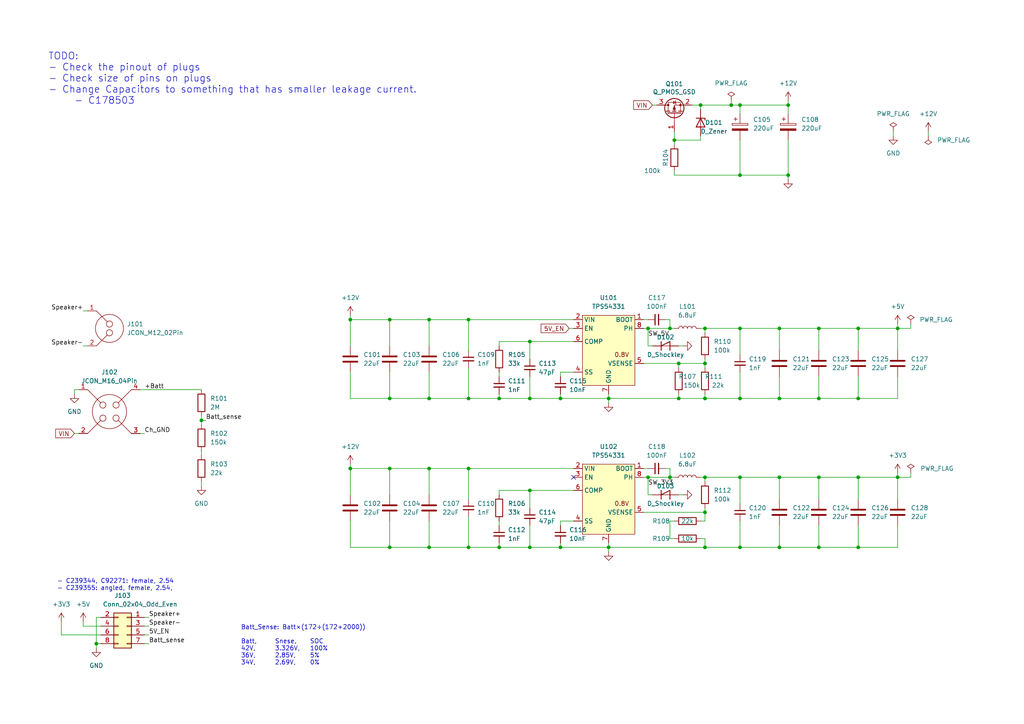
<source format=kicad_sch>
(kicad_sch (version 20211123) (generator eeschema)
  (paper "A4")
  (lib_symbols
    (symbol "Connector_Generic:Conn_02x04_Odd_Even" (pin_names (offset 1.016) hide)
      (property "Reference" "J" (at 1.27 5.08 0))
      (property "Value" "Conn_02x04_Odd_Even" (at 1.27 -7.62 0))
      (symbol "Conn_02x04_Odd_Even_1_1"
        (rectangle (start -1.27 -4.953) (end 0 -5.207) (stroke (width 0.1524)))
        (rectangle (start -1.27 -2.413) (end 0 -2.667) (stroke (width 0.1524)))
        (rectangle (start -1.27 0.127) (end 0 -0.127) (stroke (width 0.1524)))
        (rectangle (start -1.27 2.667) (end 0 2.413) (stroke (width 0.1524)))
        (rectangle (start -1.27 3.81) (end 3.81 -6.35) (stroke (width 0.254)) (fill (type background)))
        (rectangle (start 3.81 -4.953) (end 2.54 -5.207) (stroke (width 0.1524)))
        (rectangle (start 3.81 -2.413) (end 2.54 -2.667) (stroke (width 0.1524)))
        (rectangle (start 3.81 0.127) (end 2.54 -0.127) (stroke (width 0.1524)))
        (rectangle (start 3.81 2.667) (end 2.54 2.413) (stroke (width 0.1524)))
        (pin passive line (at -5.08 2.54 0) (length 3.81) (name "Pin_1") (number "1"))
        (pin passive line (at 7.62 2.54 180) (length 3.81) (name "Pin_2") (number "2"))
        (pin passive line (at -5.08 0 0) (length 3.81) (name "Pin_3") (number "3"))
        (pin passive line (at 7.62 0 180) (length 3.81) (name "Pin_4") (number "4"))
        (pin passive line (at -5.08 -2.54 0) (length 3.81) (name "Pin_5") (number "5"))
        (pin passive line (at 7.62 -2.54 180) (length 3.81) (name "Pin_6") (number "6"))
        (pin passive line (at -5.08 -5.08 0) (length 3.81) (name "Pin_7") (number "7"))
        (pin passive line (at 7.62 -5.08 180) (length 3.81) (name "Pin_8") (number "8"))
      )
    )
    (symbol "Device:C" (pin_numbers hide) (pin_names (offset 0.254))
      (property "Reference" "C" (at 0.635 2.54 0))
      (property "Value" "C" (at 0.635 -2.54 0))
      (symbol "C_0_1"
        (polyline (pts (xy -2.032 -0.762) (xy 2.032 -0.762)) (stroke (width 0.508)))
        (polyline (pts (xy -2.032 0.762) (xy 2.032 0.762)) (stroke (width 0.508)))
      )
      (symbol "C_1_1"
        (pin passive line (at 0 3.81 270) (length 2.794) (name "~") (number "1"))
        (pin passive line (at 0 -3.81 90) (length 2.794) (name "~") (number "2"))
      )
    )
    (symbol "Device:C_Polarized" (pin_numbers hide) (pin_names (offset 0.254))
      (property "Reference" "C" (at 0.635 2.54 0))
      (property "Value" "C_Polarized" (at 0.635 -2.54 0))
      (symbol "C_Polarized_0_1"
        (rectangle (start -2.286 0.508) (end 2.286 1.016))
        (polyline (pts (xy -1.778 2.286) (xy -0.762 2.286)))
        (polyline (pts (xy -1.27 2.794) (xy -1.27 1.778)))
        (rectangle (start 2.286 -0.508) (end -2.286 -1.016) (fill (type outline)))
      )
      (symbol "C_Polarized_1_1"
        (pin passive line (at 0 3.81 270) (length 2.794) (name "~") (number "1"))
        (pin passive line (at 0 -3.81 90) (length 2.794) (name "~") (number "2"))
      )
    )
    (symbol "Device:C_Small" (pin_numbers hide) (pin_names (offset 0.254) hide)
      (property "Reference" "C" (at 0.254 1.778 0))
      (property "Value" "C_Small" (at 0.254 -2.032 0))
      (symbol "C_Small_0_1"
        (polyline (pts (xy -1.524 -0.508) (xy 1.524 -0.508)) (stroke (width 0.3302)))
        (polyline (pts (xy -1.524 0.508) (xy 1.524 0.508)) (stroke (width 0.3048)))
      )
      (symbol "C_Small_1_1"
        (pin passive line (at 0 2.54 270) (length 2.032) (name "~") (number "1"))
        (pin passive line (at 0 -2.54 90) (length 2.032) (name "~") (number "2"))
      )
    )
    (symbol "Device:D_Shockley" (pin_numbers hide) (pin_names (offset 1.016) hide)
      (property "Reference" "D" (at 0 2.54 0))
      (property "Value" "D_Shockley" (at 0 -2.54 0))
      (symbol "D_Shockley_0_1"
        (polyline (pts (xy -1.27 0) (xy 1.27 0)))
        (polyline (pts (xy -1.27 1.27) (xy -1.27 -1.27)) (stroke (width 0.254)))
        (polyline (pts (xy -1.27 0) (xy 1.27 1.27) (xy 1.27 -1.27)) (stroke (width 0.254)))
      )
      (symbol "D_Shockley_1_1"
        (pin passive line (at -3.81 0 0) (length 2.54) (name "K") (number "1"))
        (pin passive line (at 3.81 0 180) (length 2.54) (name "A") (number "2"))
      )
    )
    (symbol "Device:D_Zener" (pin_numbers hide) (pin_names (offset 1.016) hide)
      (property "Reference" "D" (at 0 2.54 0))
      (property "Value" "D_Zener" (at 0 -2.54 0))
      (symbol "D_Zener_0_1"
        (polyline (pts (xy 1.27 0) (xy -1.27 0)))
        (polyline (pts (xy -1.27 -1.27) (xy -1.27 1.27) (xy -0.762 1.27)) (stroke (width 0.254)))
        (polyline (pts (xy 1.27 -1.27) (xy 1.27 1.27) (xy -1.27 0) (xy 1.27 -1.27)) (stroke (width 0.254)))
      )
      (symbol "D_Zener_1_1"
        (pin passive line (at -3.81 0 0) (length 2.54) (name "K") (number "1"))
        (pin passive line (at 3.81 0 180) (length 2.54) (name "A") (number "2"))
      )
    )
    (symbol "Device:L" (pin_numbers hide) (pin_names (offset 1.016) hide)
      (property "Reference" "L" (at -1.27 0 90))
      (property "Value" "L" (at 1.905 0 90))
      (symbol "L_0_1"
        (arc (start 0 -2.54) (mid 0.635 -1.905) (end 0 -1.27))
        (arc (start 0 -1.27) (mid 0.635 -0.635) (end 0 0))
        (arc (start 0 0) (mid 0.635 0.635) (end 0 1.27))
        (arc (start 0 1.27) (mid 0.635 1.905) (end 0 2.54))
      )
      (symbol "L_1_1"
        (pin passive line (at 0 3.81 270) (length 1.27) (name "1") (number "1"))
        (pin passive line (at 0 -3.81 90) (length 1.27) (name "2") (number "2"))
      )
    )
    (symbol "Device:Q_PMOS_GSD" (pin_names (offset 0) hide)
      (property "Reference" "Q" (at 5.08 1.27 0))
      (property "Value" "Q_PMOS_GSD" (at 5.08 -1.27 0))
      (symbol "Q_PMOS_GSD_0_1"
        (polyline (pts (xy 0.254 0) (xy -2.54 0)))
        (polyline (pts (xy 0.254 1.905) (xy 0.254 -1.905)) (stroke (width 0.254)))
        (polyline (pts (xy 0.762 -1.27) (xy 0.762 -2.286)) (stroke (width 0.254)))
        (polyline (pts (xy 0.762 0.508) (xy 0.762 -0.508)) (stroke (width 0.254)))
        (polyline (pts (xy 0.762 2.286) (xy 0.762 1.27)) (stroke (width 0.254)))
        (polyline (pts (xy 2.54 2.54) (xy 2.54 1.778)))
        (polyline (pts (xy 2.54 -2.54) (xy 2.54 0) (xy 0.762 0)))
        (polyline (pts (xy 0.762 1.778) (xy 3.302 1.778) (xy 3.302 -1.778) (xy 0.762 -1.778)))
        (polyline (pts (xy 2.286 0) (xy 1.27 0.381) (xy 1.27 -0.381) (xy 2.286 0)) (fill (type outline)))
        (polyline (pts (xy 2.794 -0.508) (xy 2.921 -0.381) (xy 3.683 -0.381) (xy 3.81 -0.254)))
        (polyline (pts (xy 3.302 -0.381) (xy 2.921 0.254) (xy 3.683 0.254) (xy 3.302 -0.381)))
        (circle (center 1.651 0) (radius 2.794) (stroke (width 0.254)))
        (circle (center 2.54 -1.778) (radius 0.254) (fill (type outline)))
        (circle (center 2.54 1.778) (radius 0.254) (fill (type outline)))
      )
      (symbol "Q_PMOS_GSD_1_1"
        (pin input line (at -5.08 0 0) (length 2.54) (name "G") (number "1"))
        (pin passive line (at 2.54 -5.08 90) (length 2.54) (name "S") (number "2"))
        (pin passive line (at 2.54 5.08 270) (length 2.54) (name "D") (number "3"))
      )
    )
    (symbol "Device:R" (pin_numbers hide) (pin_names (offset 0))
      (property "Reference" "R" (at 2.032 0 90))
      (property "Value" "R" (at 0 0 90))
      (symbol "R_0_1"
        (rectangle (start -1.016 -2.54) (end 1.016 2.54) (stroke (width 0.254)))
      )
      (symbol "R_1_1"
        (pin passive line (at 0 3.81 270) (length 1.27) (name "~") (number "1"))
        (pin passive line (at 0 -3.81 90) (length 1.27) (name "~") (number "2"))
      )
    )
    (symbol "TPS54331_1"
      (property "Reference" "U" (at 0 0 0))
      (property "Value" "TPS54331_1" (at 0 2.54 0))
      (symbol "TPS54331_1_0_0"
        (text "0.8V" (at 5.08 -15.24 0) (effects (font (size 1.27 1.27))))
      )
      (symbol "TPS54331_1_0_1"
        (rectangle (start -6.35 -3.81) (end 8.89 -24.13) (fill (type background)))
      )
      (symbol "TPS54331_1_1_1"
        (pin input line (at 11.43 -5.08 180) (length 2.54) (name "BOOT") (number "1"))
        (pin input line (at -8.89 -5.08 0) (length 2.54) (name "VIN") (number "2"))
        (pin input line (at -8.89 -7.62 0) (length 2.54) (name "EN") (number "3"))
        (pin input line (at -8.89 -20.32 0) (length 2.54) (name "SS") (number "4"))
        (pin input line (at 11.43 -17.78 180) (length 2.54) (name "VSENSE") (number "5"))
        (pin input line (at -8.89 -11.43 0) (length 2.54) (name "COMP") (number "6"))
        (pin input line (at 1.27 -26.67 90) (length 2.54) (name "GND") (number "7"))
        (pin input line (at 11.43 -7.62 180) (length 2.54) (name "PH") (number "8"))
      )
    )
    (symbol "cacophony-symbols:JCON_M12_02Pin"
      (property "Reference" "J" (at 0 8.89 0))
      (property "Value" "JCON_M12_02Pin" (at 0 11.43 0))
      (symbol "JCON_M12_02Pin_0_1"
        (circle (center 0 -1.27) (radius 0.898))
        (polyline (pts (xy -0.635 -1.905) (xy -3.81 -5.08)))
        (polyline (pts (xy -0.635 1.905) (xy -3.81 5.08)))
        (circle (center 0 0) (radius 4.066))
        (circle (center 0 1.27) (radius 0.898))
      )
      (symbol "JCON_M12_02Pin_1_1"
        (pin passive line (at -6.35 5.08 0) (length 2.54) (name "") (number "1"))
        (pin passive line (at -6.35 -5.08 0) (length 2.54) (name "") (number "2"))
      )
    )
    (symbol "cacophony-symbols:JCON_M16_04Pin"
      (property "Reference" "J" (at 0 8.89 0))
      (property "Value" "JCON_M16_04Pin" (at 0 11.43 0))
      (symbol "JCON_M16_04Pin_0_1"
        (circle (center -1.905 -1.905) (radius 0.898))
        (circle (center -1.905 1.905) (radius 0.898))
        (polyline (pts (xy -2.54 -2.54) (xy -6.35 -6.35)))
        (polyline (pts (xy -2.54 2.54) (xy -6.35 6.35)))
        (polyline (pts (xy 2.54 -2.54) (xy 6.35 -6.35)))
        (polyline (pts (xy 6.35 6.35) (xy 2.54 2.54)))
        (circle (center 0 0) (radius 4.9595))
        (circle (center 1.905 -1.905) (radius 0.898))
        (circle (center 1.905 1.905) (radius 0.898))
      )
      (symbol "JCON_M16_04Pin_1_1"
        (pin passive line (at -8.89 6.35 0) (length 2.54) (name "") (number "1"))
        (pin passive line (at -8.89 -6.35 0) (length 2.54) (name "") (number "2"))
        (pin passive line (at 8.89 -6.35 180) (length 2.54) (name "") (number "3"))
        (pin passive line (at 8.89 6.35 180) (length 2.54) (name "") (number "4"))
      )
    )
    (symbol "cacophony-symbols:TPS54331"
      (property "Reference" "U" (at 0 0 0))
      (property "Value" "TPS54331" (at 0 2.54 0))
      (symbol "TPS54331_0_0"
        (text "0.8V" (at 5.08 -15.24 0) (effects (font (size 1.27 1.27))))
      )
      (symbol "TPS54331_0_1"
        (rectangle (start -6.35 -3.81) (end 8.89 -24.13) (fill (type background)))
      )
      (symbol "TPS54331_1_1"
        (pin input line (at 11.43 -5.08 180) (length 2.54) (name "BOOT") (number "1"))
        (pin input line (at -8.89 -5.08 0) (length 2.54) (name "VIN") (number "2"))
        (pin input line (at -8.89 -7.62 0) (length 2.54) (name "EN") (number "3"))
        (pin input line (at -8.89 -20.32 0) (length 2.54) (name "SS") (number "4"))
        (pin input line (at 11.43 -17.78 180) (length 2.54) (name "VSENSE") (number "5"))
        (pin input line (at -8.89 -11.43 0) (length 2.54) (name "COMP") (number "6"))
        (pin input line (at 1.27 -26.67 90) (length 2.54) (name "GND") (number "7"))
        (pin input line (at 11.43 -7.62 180) (length 2.54) (name "PH") (number "8"))
      )
    )
    (symbol "power:+12V" (power) (pin_names (offset 0))
      (property "Value" "+12V" (at 0 3.556 0))
      (symbol "+12V_0_1"
        (polyline (pts (xy -0.762 1.27) (xy 0 2.54)))
        (polyline (pts (xy 0 0) (xy 0 2.54)))
        (polyline (pts (xy 0 2.54) (xy 0.762 1.27)))
      )
      (symbol "+12V_1_1"
        (pin power_in line (at 0 0 90) (length 0) hide (name "+12V") (number "1"))
      )
    )
    (symbol "power:+3V3" (power) (pin_names (offset 0))
      (property "Value" "+3V3" (at 0 3.556 0))
      (symbol "+3V3_0_1"
        (polyline (pts (xy -0.762 1.27) (xy 0 2.54)))
        (polyline (pts (xy 0 0) (xy 0 2.54)))
        (polyline (pts (xy 0 2.54) (xy 0.762 1.27)))
      )
      (symbol "+3V3_1_1"
        (pin power_in line (at 0 0 90) (length 0) hide (name "+3V3") (number "1"))
      )
    )
    (symbol "power:+5V" (power) (pin_names (offset 0))
      (property "Value" "+5V" (at 0 3.556 0))
      (symbol "+5V_0_1"
        (polyline (pts (xy -0.762 1.27) (xy 0 2.54)))
        (polyline (pts (xy 0 0) (xy 0 2.54)))
        (polyline (pts (xy 0 2.54) (xy 0.762 1.27)))
      )
      (symbol "+5V_1_1"
        (pin power_in line (at 0 0 90) (length 0) hide (name "+5V") (number "1"))
      )
    )
    (symbol "power:GND" (power) (pin_names (offset 0))
      (property "Value" "GND" (at 0 -3.81 0))
      (symbol "GND_0_1"
        (polyline (pts (xy 0 0) (xy 0 -1.27) (xy 1.27 -1.27) (xy 0 -2.54) (xy -1.27 -1.27) (xy 0 -1.27)))
      )
      (symbol "GND_1_1"
        (pin power_in line (at 0 0 270) (length 0) hide (name "GND") (number "1"))
      )
    )
    (symbol "power:PWR_FLAG" (power) (pin_numbers hide) (pin_names (offset 0) hide)
      (property "Value" "PWR_FLAG" (at 0 3.81 0))
      (symbol "PWR_FLAG_0_0"
        (pin power_out line (at 0 0 90) (length 0) (name "pwr") (number "1"))
      )
      (symbol "PWR_FLAG_0_1"
        (polyline (pts (xy 0 0) (xy 0 1.27) (xy -1.016 1.905) (xy 0 2.54) (xy 1.016 1.905) (xy 0 1.27)))
      )
    )
  )
  (junction (at 124.46 115.57))
  (junction (at 194.31 95.25))
  (junction (at 226.06 138.43))
  (junction (at 101.6 92.71))
  (junction (at 194.31 138.43))
  (junction (at 144.78 115.57))
  (junction (at 187.96 138.43))
  (junction (at 58.42 121.92))
  (junction (at 214.63 95.25))
  (junction (at 226.06 95.25))
  (junction (at 135.89 115.57))
  (junction (at 248.92 95.25))
  (junction (at 153.67 115.57))
  (junction (at 124.46 92.71))
  (junction (at 135.89 158.75))
  (junction (at 27.94 186.69))
  (junction (at 248.92 158.75))
  (junction (at 204.47 148.59))
  (junction (at 204.47 138.43))
  (junction (at 204.47 95.25))
  (junction (at 196.85 105.41))
  (junction (at 162.56 158.75))
  (junction (at 113.03 92.71))
  (junction (at 226.06 158.75))
  (junction (at 214.63 158.75))
  (junction (at 124.46 135.89))
  (junction (at 196.85 115.57))
  (junction (at 176.53 158.75))
  (junction (at 135.89 92.71))
  (junction (at 237.49 95.25))
  (junction (at 135.89 135.89))
  (junction (at 237.49 138.43))
  (junction (at 153.67 158.75))
  (junction (at 214.63 115.57))
  (junction (at 101.6 135.89))
  (junction (at 260.35 138.43))
  (junction (at 176.53 115.57))
  (junction (at 124.46 158.75))
  (junction (at 228.6 30.48))
  (junction (at 153.67 99.06))
  (junction (at 187.96 95.25))
  (junction (at 204.47 158.75))
  (junction (at 226.06 115.57))
  (junction (at 153.67 142.24))
  (junction (at 214.63 50.8))
  (junction (at 204.47 105.41))
  (junction (at 214.63 138.43))
  (junction (at 260.35 95.25))
  (junction (at 203.2 30.48))
  (junction (at 248.92 138.43))
  (junction (at 113.03 135.89))
  (junction (at 212.09 30.48))
  (junction (at 214.63 30.48))
  (junction (at 113.03 115.57))
  (junction (at 113.03 158.75))
  (junction (at 237.49 158.75))
  (junction (at 162.56 115.57))
  (junction (at 248.92 115.57))
  (junction (at 228.6 50.8))
  (junction (at 144.78 158.75))
  (junction (at 237.49 115.57))
  (junction (at 195.58 40.64))
  (junction (at 204.47 115.57))
  (no_connect (at 166.37 138.43))
  (wire (pts (xy 228.6 30.48) (xy 228.6 33.02)))
  (wire (pts (xy 214.63 151.13) (xy 214.63 158.75)))
  (wire (pts (xy 24.13 90.17) (xy 25.4 90.17)))
  (wire (pts (xy 237.49 138.43) (xy 237.49 144.78)))
  (wire (pts (xy 153.67 99.06) (xy 153.67 104.14)))
  (wire (pts (xy 21.59 113.03) (xy 22.86 113.03)))
  (wire (pts (xy 203.2 151.13) (xy 204.47 151.13)))
  (wire (pts (xy 248.92 95.25) (xy 248.92 101.6)))
  (wire (pts (xy 58.42 139.7) (xy 58.42 140.97)))
  (wire (pts (xy 166.37 92.71) (xy 135.89 92.71)))
  (wire (pts (xy 101.6 91.44) (xy 101.6 92.71)))
  (wire (pts (xy 153.67 109.22) (xy 153.67 115.57)))
  (wire (pts (xy 264.16 95.25) (xy 264.16 93.98)))
  (wire (pts (xy 214.63 138.43) (xy 214.63 146.05)))
  (wire (pts (xy 204.47 96.52) (xy 204.47 95.25)))
  (wire (pts (xy 204.47 114.3) (xy 204.47 115.57)))
  (wire (pts (xy 203.2 30.48) (xy 203.2 31.75)))
  (wire (pts (xy 187.96 95.25) (xy 194.31 95.25)))
  (wire (pts (xy 166.37 95.25) (xy 165.1 95.25)))
  (wire (pts (xy 153.67 99.06) (xy 166.37 99.06)))
  (wire (pts (xy 237.49 95.25) (xy 237.49 101.6)))
  (wire (pts (xy 135.89 135.89) (xy 166.37 135.89)))
  (wire (pts (xy 204.47 95.25) (xy 203.2 95.25)))
  (wire (pts (xy 248.92 152.4) (xy 248.92 158.75)))
  (wire (pts (xy 186.69 105.41) (xy 196.85 105.41)))
  (wire (pts (xy 144.78 142.24) (xy 153.67 142.24)))
  (wire (pts (xy 264.16 137.16) (xy 264.16 138.43)))
  (wire (pts (xy 248.92 109.22) (xy 248.92 115.57)))
  (wire (pts (xy 101.6 107.95) (xy 101.6 115.57)))
  (wire (pts (xy 189.23 30.48) (xy 190.5 30.48)))
  (wire (pts (xy 144.78 115.57) (xy 144.78 114.3)))
  (wire (pts (xy 58.42 120.65) (xy 58.42 121.92)))
  (wire (pts (xy 144.78 100.33) (xy 144.78 99.06)))
  (wire (pts (xy 24.13 181.61) (xy 24.13 180.34)))
  (wire (pts (xy 214.63 30.48) (xy 214.63 33.02)))
  (wire (pts (xy 144.78 143.51) (xy 144.78 142.24)))
  (wire (pts (xy 162.56 115.57) (xy 162.56 114.3)))
  (wire (pts (xy 196.85 115.57) (xy 204.47 115.57)))
  (wire (pts (xy 194.31 156.21) (xy 194.31 151.13)))
  (wire (pts (xy 17.78 184.15) (xy 17.78 180.34)))
  (wire (pts (xy 260.35 158.75) (xy 260.35 152.4)))
  (wire (pts (xy 189.23 100.33) (xy 187.96 100.33)))
  (wire (pts (xy 144.78 99.06) (xy 153.67 99.06)))
  (wire (pts (xy 248.92 158.75) (xy 260.35 158.75)))
  (wire (pts (xy 204.47 105.41) (xy 204.47 104.14)))
  (wire (pts (xy 41.91 184.15) (xy 43.18 184.15)))
  (wire (pts (xy 204.47 156.21) (xy 204.47 158.75)))
  (wire (pts (xy 194.31 92.71) (xy 193.04 92.71)))
  (wire (pts (xy 187.96 143.51) (xy 187.96 138.43)))
  (wire (pts (xy 237.49 138.43) (xy 248.92 138.43)))
  (wire (pts (xy 214.63 107.95) (xy 214.63 115.57)))
  (wire (pts (xy 40.64 113.03) (xy 58.42 113.03)))
  (wire (pts (xy 259.08 38.1) (xy 259.08 39.37)))
  (wire (pts (xy 204.47 138.43) (xy 214.63 138.43)))
  (wire (pts (xy 176.53 115.57) (xy 176.53 116.84)))
  (wire (pts (xy 203.2 30.48) (xy 212.09 30.48)))
  (wire (pts (xy 27.94 186.69) (xy 29.21 186.69)))
  (wire (pts (xy 203.2 156.21) (xy 204.47 156.21)))
  (wire (pts (xy 101.6 92.71) (xy 101.6 100.33)))
  (wire (pts (xy 162.56 152.4) (xy 162.56 151.13)))
  (wire (pts (xy 162.56 107.95) (xy 166.37 107.95)))
  (wire (pts (xy 214.63 158.75) (xy 226.06 158.75)))
  (wire (pts (xy 200.66 30.48) (xy 203.2 30.48)))
  (wire (pts (xy 204.47 115.57) (xy 214.63 115.57)))
  (wire (pts (xy 153.67 115.57) (xy 144.78 115.57)))
  (wire (pts (xy 27.94 179.07) (xy 27.94 186.69)))
  (wire (pts (xy 248.92 138.43) (xy 260.35 138.43)))
  (wire (pts (xy 124.46 115.57) (xy 135.89 115.57)))
  (wire (pts (xy 21.59 114.3) (xy 21.59 113.03)))
  (wire (pts (xy 228.6 50.8) (xy 228.6 52.07)))
  (wire (pts (xy 226.06 115.57) (xy 226.06 109.22)))
  (wire (pts (xy 194.31 95.25) (xy 194.31 92.71)))
  (wire (pts (xy 226.06 95.25) (xy 237.49 95.25)))
  (wire (pts (xy 204.47 105.41) (xy 204.47 106.68)))
  (wire (pts (xy 29.21 181.61) (xy 24.13 181.61)))
  (wire (pts (xy 214.63 50.8) (xy 228.6 50.8)))
  (wire (pts (xy 101.6 158.75) (xy 113.03 158.75)))
  (wire (pts (xy 214.63 115.57) (xy 226.06 115.57)))
  (wire (pts (xy 186.69 92.71) (xy 187.96 92.71)))
  (wire (pts (xy 237.49 115.57) (xy 237.49 109.22)))
  (wire (pts (xy 195.58 40.64) (xy 203.2 40.64)))
  (wire (pts (xy 186.69 135.89) (xy 187.96 135.89)))
  (wire (pts (xy 29.21 184.15) (xy 17.78 184.15)))
  (wire (pts (xy 186.69 138.43) (xy 187.96 138.43)))
  (wire (pts (xy 212.09 30.48) (xy 214.63 30.48)))
  (wire (pts (xy 226.06 138.43) (xy 226.06 144.78)))
  (wire (pts (xy 204.47 139.7) (xy 204.47 138.43)))
  (wire (pts (xy 113.03 135.89) (xy 113.03 143.51)))
  (wire (pts (xy 176.53 114.3) (xy 176.53 115.57)))
  (wire (pts (xy 186.69 95.25) (xy 187.96 95.25)))
  (wire (pts (xy 237.49 158.75) (xy 237.49 152.4)))
  (wire (pts (xy 186.69 148.59) (xy 204.47 148.59)))
  (wire (pts (xy 113.03 92.71) (xy 124.46 92.71)))
  (wire (pts (xy 29.21 179.07) (xy 27.94 179.07)))
  (wire (pts (xy 162.56 151.13) (xy 166.37 151.13)))
  (wire (pts (xy 135.89 92.71) (xy 135.89 101.6)))
  (wire (pts (xy 226.06 95.25) (xy 226.06 101.6)))
  (wire (pts (xy 135.89 158.75) (xy 144.78 158.75)))
  (wire (pts (xy 204.47 158.75) (xy 214.63 158.75)))
  (wire (pts (xy 27.94 186.69) (xy 27.94 187.96)))
  (wire (pts (xy 196.85 114.3) (xy 196.85 115.57)))
  (wire (pts (xy 176.53 158.75) (xy 204.47 158.75)))
  (wire (pts (xy 135.89 149.86) (xy 135.89 158.75)))
  (wire (pts (xy 196.85 100.33) (xy 198.12 100.33)))
  (wire (pts (xy 204.47 95.25) (xy 214.63 95.25)))
  (wire (pts (xy 195.58 40.64) (xy 195.58 41.91)))
  (wire (pts (xy 237.49 95.25) (xy 248.92 95.25)))
  (wire (pts (xy 195.58 40.64) (xy 195.58 38.1)))
  (wire (pts (xy 194.31 138.43) (xy 194.31 135.89)))
  (wire (pts (xy 248.92 115.57) (xy 260.35 115.57)))
  (wire (pts (xy 113.03 92.71) (xy 113.03 100.33)))
  (wire (pts (xy 203.2 39.37) (xy 203.2 40.64)))
  (wire (pts (xy 194.31 138.43) (xy 195.58 138.43)))
  (wire (pts (xy 260.35 95.25) (xy 264.16 95.25)))
  (wire (pts (xy 204.47 148.59) (xy 204.47 147.32)))
  (wire (pts (xy 214.63 40.64) (xy 214.63 50.8)))
  (wire (pts (xy 204.47 148.59) (xy 204.47 151.13)))
  (wire (pts (xy 189.23 143.51) (xy 187.96 143.51)))
  (wire (pts (xy 176.53 158.75) (xy 176.53 160.02)))
  (wire (pts (xy 176.53 157.48) (xy 176.53 158.75)))
  (wire (pts (xy 144.78 151.13) (xy 144.78 152.4)))
  (wire (pts (xy 124.46 92.71) (xy 124.46 100.33)))
  (wire (pts (xy 260.35 137.16) (xy 260.35 138.43)))
  (wire (pts (xy 226.06 158.75) (xy 237.49 158.75)))
  (wire (pts (xy 196.85 105.41) (xy 196.85 106.68)))
  (wire (pts (xy 260.35 115.57) (xy 260.35 109.22)))
  (wire (pts (xy 144.78 107.95) (xy 144.78 109.22)))
  (wire (pts (xy 176.53 115.57) (xy 162.56 115.57)))
  (wire (pts (xy 194.31 95.25) (xy 195.58 95.25)))
  (wire (pts (xy 228.6 29.21) (xy 228.6 30.48)))
  (wire (pts (xy 153.67 142.24) (xy 166.37 142.24)))
  (wire (pts (xy 214.63 95.25) (xy 214.63 102.87)))
  (wire (pts (xy 40.64 125.73) (xy 41.91 125.73)))
  (wire (pts (xy 124.46 158.75) (xy 135.89 158.75)))
  (wire (pts (xy 41.91 181.61) (xy 43.18 181.61)))
  (wire (pts (xy 58.42 130.81) (xy 58.42 132.08)))
  (wire (pts (xy 113.03 158.75) (xy 124.46 158.75)))
  (wire (pts (xy 124.46 135.89) (xy 124.46 143.51)))
  (wire (pts (xy 260.35 138.43) (xy 264.16 138.43)))
  (wire (pts (xy 214.63 30.48) (xy 228.6 30.48)))
  (wire (pts (xy 58.42 121.92) (xy 59.69 121.92)))
  (wire (pts (xy 124.46 92.71) (xy 135.89 92.71)))
  (wire (pts (xy 196.85 143.51) (xy 198.12 143.51)))
  (wire (pts (xy 124.46 135.89) (xy 113.03 135.89)))
  (wire (pts (xy 113.03 107.95) (xy 113.03 115.57)))
  (wire (pts (xy 228.6 50.8) (xy 228.6 40.64)))
  (wire (pts (xy 248.92 138.43) (xy 248.92 144.78)))
  (wire (pts (xy 144.78 158.75) (xy 144.78 157.48)))
  (wire (pts (xy 24.13 100.33) (xy 25.4 100.33)))
  (wire (pts (xy 237.49 158.75) (xy 248.92 158.75)))
  (wire (pts (xy 176.53 158.75) (xy 162.56 158.75)))
  (wire (pts (xy 196.85 105.41) (xy 204.47 105.41)))
  (wire (pts (xy 162.56 109.22) (xy 162.56 107.95)))
  (wire (pts (xy 58.42 121.92) (xy 58.42 123.19)))
  (wire (pts (xy 101.6 135.89) (xy 101.6 143.51)))
  (wire (pts (xy 113.03 151.13) (xy 113.03 158.75)))
  (wire (pts (xy 135.89 115.57) (xy 144.78 115.57)))
  (wire (pts (xy 226.06 115.57) (xy 237.49 115.57)))
  (wire (pts (xy 194.31 151.13) (xy 195.58 151.13)))
  (wire (pts (xy 194.31 135.89) (xy 193.04 135.89)))
  (wire (pts (xy 214.63 95.25) (xy 226.06 95.25)))
  (wire (pts (xy 153.67 152.4) (xy 153.67 158.75)))
  (wire (pts (xy 237.49 115.57) (xy 248.92 115.57)))
  (wire (pts (xy 214.63 138.43) (xy 226.06 138.43)))
  (wire (pts (xy 153.67 142.24) (xy 153.67 147.32)))
  (wire (pts (xy 124.46 107.95) (xy 124.46 115.57)))
  (wire (pts (xy 260.35 138.43) (xy 260.35 144.78)))
  (wire (pts (xy 124.46 151.13) (xy 124.46 158.75)))
  (wire (pts (xy 101.6 151.13) (xy 101.6 158.75)))
  (wire (pts (xy 135.89 135.89) (xy 135.89 144.78)))
  (wire (pts (xy 176.53 115.57) (xy 196.85 115.57)))
  (wire (pts (xy 269.24 38.1) (xy 269.24 39.37)))
  (wire (pts (xy 187.96 100.33) (xy 187.96 95.25)))
  (wire (pts (xy 41.91 186.69) (xy 43.18 186.69)))
  (wire (pts (xy 204.47 138.43) (xy 203.2 138.43)))
  (wire (pts (xy 248.92 95.25) (xy 260.35 95.25)))
  (wire (pts (xy 135.89 106.68) (xy 135.89 115.57)))
  (wire (pts (xy 212.09 30.48) (xy 212.09 29.21)))
  (wire (pts (xy 113.03 92.71) (xy 101.6 92.71)))
  (wire (pts (xy 101.6 115.57) (xy 113.03 115.57)))
  (wire (pts (xy 101.6 134.62) (xy 101.6 135.89)))
  (wire (pts (xy 226.06 158.75) (xy 226.06 152.4)))
  (wire (pts (xy 162.56 158.75) (xy 153.67 158.75)))
  (wire (pts (xy 21.59 125.73) (xy 22.86 125.73)))
  (wire (pts (xy 135.89 135.89) (xy 124.46 135.89)))
  (wire (pts (xy 153.67 158.75) (xy 144.78 158.75)))
  (wire (pts (xy 214.63 50.8) (xy 195.58 50.8)))
  (wire (pts (xy 113.03 115.57) (xy 124.46 115.57)))
  (wire (pts (xy 260.35 95.25) (xy 260.35 101.6)))
  (wire (pts (xy 187.96 138.43) (xy 194.31 138.43)))
  (wire (pts (xy 195.58 156.21) (xy 194.31 156.21)))
  (wire (pts (xy 162.56 115.57) (xy 153.67 115.57)))
  (wire (pts (xy 162.56 158.75) (xy 162.56 157.48)))
  (wire (pts (xy 101.6 135.89) (xy 113.03 135.89)))
  (wire (pts (xy 226.06 138.43) (xy 237.49 138.43)))
  (wire (pts (xy 260.35 93.98) (xy 260.35 95.25)))
  (wire (pts (xy 41.91 179.07) (xy 43.18 179.07)))
  (wire (pts (xy 195.58 49.53) (xy 195.58 50.8)))
  (text "TODO:\n- Check the pinout of plugs\n- Check size of pins on plugs\n- Change Capacitors to something that has smaller leakage current.\n	- C178503" (at 13.97 30.48 0) (effects (font (size 2 2)) (justify left bottom)))
  (text "- C239344, C92271: female, 2.54 \n- C239355: angled, female, 2.54, " (at 16.51 171.45 0) (effects (font (size 1.27 1.27)) (justify left bottom)))
  (text "Batt_Sense: Batt×(172÷(172+2000))\n\nBatt,	Snese,	SOC\n42V, 	3.326V,	100%\n36V, 	2.85V,	5%\n34V, 	2.69V,	0%\n" (at 69.85 193.04 0) (effects (font (size 1.27 1.27)) (justify left bottom)))
  (label "SW_3V3" (at 187.96 140.97 0))
  (label "Speaker+" (at 43.18 179.07 0))
  (label "Batt_sense" (at 43.18 186.69 0))
  (label "Ch_GND" (at 41.91 125.73 0))
  (label "SW_5V" (at 187.96 97.79 0))
  (label "5V_EN" (at 43.18 184.15 0))
  (label "+Batt" (at 41.91 113.03 0))
  (label "Speaker+" (at 24.13 90.17 180))
  (label "Batt_sense" (at 59.69 121.92 0))
  (label "Speaker-" (at 24.13 100.33 180))
  (label "Speaker-" (at 43.18 181.61 0))
  (global_label "5V_EN" (shape input) (at 165.1 95.25 180) (property "Intersheet References" "${INTERSHEET_REFS}" (effects hide)))
  (global_label "VIN" (shape input) (at 21.59 125.73 180) (property "Intersheet References" "${INTERSHEET_REFS}" (effects hide)))
  (global_label "VIN" (shape input) (at 189.23 30.48 180) (property "Intersheet References" "${INTERSHEET_REFS}" (effects hide)))
  (symbol (lib_id "Device:D_Shockley") (at 193.04 100.33 0) (unit 1)
    (property "Reference" "D102" (at 193.04 97.79 0))
    (property "Value" "D_Shockley" (at 193.04 102.87 0))
    (property "Footprint" "Diode_SMD:D_SMA" (effects hide))
    (property "LCSC" "C22452" (effects hide))
  )
  (symbol (lib_id "power:PWR_FLAG") (at 259.08 38.1 0) (unit 1)
    (property "Reference" "#FLG0102" (effects hide))
    (property "Value" "PWR_FLAG" (at 259.08 33.02 0))
  )
  (symbol (lib_id "Device:C") (at 101.6 104.14 0) (unit 1)
    (property "Reference" "C101" (at 105.41 102.8699 0) (effects (justify left)))
    (property "Value" "22uF" (at 105.41 105.4099 0) (effects (justify left)))
    (property "Footprint" "Capacitor_SMD:C_0805_2012Metric" (effects hide))
    (property "LCSC" "C602037" (effects hide))
  )
  (symbol (lib_id "Device:C") (at 226.06 105.41 0) (unit 1)
    (property "Reference" "C121" (at 229.87 104.1399 0) (effects (justify left)))
    (property "Value" "22uF" (at 229.87 106.6799 0) (effects (justify left)))
    (property "Footprint" "Capacitor_SMD:C_0603_1608Metric" (effects hide))
    (property "LCSC" "C86295" (effects hide))
  )
  (symbol (lib_id "Device:C") (at 226.06 148.59 0) (unit 1)
    (property "Reference" "C122" (at 229.87 147.3199 0) (effects (justify left)))
    (property "Value" "22uF" (at 229.87 149.8599 0) (effects (justify left)))
    (property "Footprint" "Capacitor_SMD:C_0603_1608Metric" (effects hide))
    (property "LCSC" "C86295" (effects hide))
  )
  (symbol (lib_id "Device:R") (at 204.47 100.33 0) (unit 1)
    (property "Reference" "R110" (at 207.01 99.0599 0) (effects (justify left)))
    (property "Value" "100k" (at 207.01 101.5999 0) (effects (justify left)))
    (property "Footprint" "Resistor_SMD:R_0402_1005Metric" (effects hide))
    (property "LCSC" "C25741" (effects hide))
  )
  (symbol (lib_id "Device:L") (at 199.39 138.43 90) (unit 1)
    (property "Reference" "L102" (at 199.39 132.08 90))
    (property "Value" "6.8uF" (at 199.39 134.62 90))
    (property "Footprint" "cacophony-footprints:IND-SMD_L8.0-W8.0_1217AS" (effects hide))
    (property "LCSC" "C83465" (effects hide))
  )
  (symbol (lib_id "power:+5V") (at 24.13 180.34 0) (unit 1)
    (property "Reference" "#PWR0102" (effects hide))
    (property "Value" "+5V" (at 24.13 175.26 0))
  )
  (symbol (lib_id "power:PWR_FLAG") (at 264.16 137.16 0) (unit 1)
    (property "Reference" "#FLG0105" (effects hide))
    (property "Value" "PWR_FLAG" (at 271.78 135.89 0))
  )
  (symbol (lib_id "Device:Q_PMOS_GSD") (at 195.58 33.02 90) (unit 1)
    (property "Reference" "Q101" (at 195.58 24.3332 90))
    (property "Value" "Q_PMOS_GSD" (at 195.58 26.67 90))
    (property "Footprint" "Package_TO_SOT_SMD:SOT-23" (effects hide))
    (property "LCSC" "C15127" (effects hide))
  )
  (symbol (lib_id "Device:C") (at 260.35 105.41 0) (unit 1)
    (property "Reference" "C127" (at 264.16 104.1399 0) (effects (justify left)))
    (property "Value" "22uF" (at 264.16 106.6799 0) (effects (justify left)))
    (property "Footprint" "Capacitor_SMD:C_0603_1608Metric" (effects hide))
    (property "LCSC" "C86295" (effects hide))
  )
  (symbol (lib_id "Device:C_Small") (at 190.5 92.71 90) (unit 1)
    (property "Reference" "C117" (at 190.5063 86.36 90))
    (property "Value" "100nF" (at 190.5063 88.9 90))
    (property "Footprint" "Capacitor_SMD:C_0402_1005Metric" (effects hide))
    (property "LCSC" "C307331" (effects hide))
  )
  (symbol (lib_id "cacophony-symbols:JCON_M12_02Pin") (at 31.75 95.25 0) (unit 1)
    (property "Reference" "J101" (at 36.83 93.9799 0) (effects (justify left)))
    (property "Value" "JCON_M12_02Pin" (at 36.83 96.5199 0) (effects (justify left)))
    (property "Footprint" "cacophony-footprints:jcon-2pin-m12" (effects hide))
  )
  (symbol (lib_id "Device:C") (at 124.46 147.32 0) (unit 1)
    (property "Reference" "C107" (at 128.27 146.0499 0) (effects (justify left)))
    (property "Value" "22uF" (at 128.27 148.5899 0) (effects (justify left)))
    (property "Footprint" "Capacitor_SMD:C_0805_2012Metric" (effects hide))
    (property "LCSC" "C602037" (effects hide))
  )
  (symbol (lib_id "power:GND") (at 228.6 52.07 0) (unit 1)
    (property "Reference" "#PWR0110" (effects hide))
    (property "Value" "GND" (effects hide))
  )
  (symbol (lib_id "power:+5V") (at 260.35 93.98 0) (unit 1)
    (property "Reference" "#PWR0117" (effects hide))
    (property "Value" "+5V" (at 260.35 88.9 0))
  )
  (symbol (lib_id "Device:C") (at 124.46 104.14 0) (unit 1)
    (property "Reference" "C106" (at 128.27 102.8699 0) (effects (justify left)))
    (property "Value" "22uF" (at 128.27 105.4099 0) (effects (justify left)))
    (property "Footprint" "Capacitor_SMD:C_0805_2012Metric" (effects hide))
    (property "LCSC" "C602037" (effects hide))
  )
  (symbol (lib_id "Device:C_Small") (at 153.67 106.68 0) (unit 1)
    (property "Reference" "C113" (at 156.21 105.4162 0) (effects (justify left)))
    (property "Value" "47pF" (at 156.21 107.9562 0) (effects (justify left)))
    (property "Footprint" "Capacitor_SMD:C_0402_1005Metric" (effects hide))
    (property "LCSC" "C1567" (effects hide))
  )
  (symbol (lib_id "power:GND") (at 259.08 39.37 0) (unit 1)
    (property "Reference" "#PWR0115" (effects hide))
    (property "Value" "GND" (at 259.08 44.45 0))
  )
  (symbol (lib_id "Device:R") (at 58.42 127 0) (unit 1)
    (property "Reference" "R102" (at 60.96 125.7299 0) (effects (justify left)))
    (property "Value" "150k" (at 60.96 128.2699 0) (effects (justify left)))
    (property "Footprint" "Resistor_SMD:R_0805_2012Metric" (effects hide))
    (property "LCSC" "C74850" (effects hide))
  )
  (symbol (lib_id "power:GND") (at 21.59 114.3 0) (unit 1)
    (property "Reference" "#PWR0103" (effects hide))
    (property "Value" "GND" (at 21.59 119.38 0))
  )
  (symbol (lib_id "Device:C") (at 113.03 147.32 0) (unit 1)
    (property "Reference" "C104" (at 116.84 146.0499 0) (effects (justify left)))
    (property "Value" "22uF" (at 116.84 148.5899 0) (effects (justify left)))
    (property "Footprint" "Capacitor_SMD:C_0805_2012Metric" (effects hide))
    (property "LCSC" "C602037" (effects hide))
  )
  (symbol (lib_id "Device:R") (at 204.47 143.51 0) (unit 1)
    (property "Reference" "R112" (at 207.01 142.2399 0) (effects (justify left)))
    (property "Value" "100k" (at 207.01 144.7799 0) (effects (justify left)))
    (property "Footprint" "Resistor_SMD:R_0402_1005Metric" (effects hide))
    (property "LCSC" "C25741" (effects hide))
  )
  (symbol (lib_id "Device:C_Small") (at 162.56 154.94 0) (unit 1)
    (property "Reference" "C116" (at 165.1 153.6762 0) (effects (justify left)))
    (property "Value" "10nF" (at 165.1 156.2162 0) (effects (justify left)))
    (property "Footprint" "Capacitor_SMD:C_0402_1005Metric" (effects hide))
    (property "LCSC" "C15195" (effects hide))
  )
  (symbol (lib_id "Device:C") (at 101.6 147.32 0) (unit 1)
    (property "Reference" "C102" (at 105.41 146.0499 0) (effects (justify left)))
    (property "Value" "22uF" (at 105.41 148.5899 0) (effects (justify left)))
    (property "Footprint" "Capacitor_SMD:C_0805_2012Metric" (effects hide))
    (property "LCSC" "C602037" (effects hide))
  )
  (symbol (lib_id "Device:R") (at 144.78 147.32 0) (unit 1)
    (property "Reference" "R106" (at 147.32 146.0499 0) (effects (justify left)))
    (property "Value" "33k" (at 147.32 148.59 0) (effects (justify left)))
    (property "Footprint" "Resistor_SMD:R_0402_1005Metric" (effects hide))
    (property "LCSC" "C25779" (effects hide))
  )
  (symbol (lib_id "power:GND") (at 58.42 140.97 0) (unit 1)
    (property "Reference" "#PWR0106" (effects hide))
    (property "Value" "GND" (at 58.42 146.05 0))
  )
  (symbol (lib_id "power:PWR_FLAG") (at 269.24 39.37 180) (unit 1)
    (property "Reference" "#FLG0103" (effects hide))
    (property "Value" "PWR_FLAG" (at 271.78 40.6399 0) (effects (justify right)))
  )
  (symbol (lib_id "Device:R") (at 199.39 151.13 90) (unit 1)
    (property "Reference" "R108" (at 191.77 151.13 90))
    (property "Value" "22k" (at 199.39 151.13 90))
    (property "Footprint" "Resistor_SMD:R_0402_1005Metric" (effects hide))
    (property "LCSC" "C25768" (effects hide))
  )
  (symbol (lib_id "Device:C_Small") (at 214.63 148.59 0) (unit 1)
    (property "Reference" "C120" (at 217.17 147.3262 0) (effects (justify left)))
    (property "Value" "1nF" (at 217.17 149.8662 0) (effects (justify left)))
    (property "Footprint" "Capacitor_SMD:C_0402_1005Metric" (effects hide))
    (property "LCSC" "C1523" (effects hide))
  )
  (symbol (lib_id "Device:C_Small") (at 135.89 147.32 0) (unit 1)
    (property "Reference" "C110" (at 138.43 146.0562 0) (effects (justify left)))
    (property "Value" "1nF" (at 138.43 148.5962 0) (effects (justify left)))
    (property "Footprint" "Capacitor_SMD:C_0402_1005Metric" (effects hide))
    (property "LCSC" "C1523" (effects hide))
  )
  (symbol (lib_id "Device:C_Small") (at 162.56 111.76 0) (unit 1)
    (property "Reference" "C115" (at 165.1 110.4962 0) (effects (justify left)))
    (property "Value" "10nF" (at 165.1 113.0362 0) (effects (justify left)))
    (property "Footprint" "Capacitor_SMD:C_0402_1005Metric" (effects hide))
    (property "LCSC" "C15195" (effects hide))
  )
  (symbol (lib_id "Device:D_Zener") (at 203.2 35.56 270) (unit 1)
    (property "Reference" "D101" (at 204.47 35.56 90) (effects (justify left)))
    (property "Value" "D_Zener" (at 203.2 38.1 90) (effects (justify left)))
    (property "Footprint" "cacophony-footprints:LL-34_L3.5-W1.5-RD" (effects hide))
    (property "LCSC" "C8062" (effects hide))
  )
  (symbol (lib_id "Device:R") (at 144.78 104.14 0) (unit 1)
    (property "Reference" "R105" (at 147.32 102.8699 0) (effects (justify left)))
    (property "Value" "33k" (at 147.32 105.41 0) (effects (justify left)))
    (property "Footprint" "Resistor_SMD:R_0402_1005Metric" (effects hide))
    (property "LCSC" "C25779" (effects hide))
  )
  (symbol (lib_id "Device:R") (at 196.85 110.49 180) (unit 1)
    (property "Reference" "R107" (at 199.39 109.22 0))
    (property "Value" "150k" (at 200.66 111.76 0))
    (property "Footprint" "Resistor_SMD:R_0402_1005Metric" (effects hide))
    (property "LCSC" "C25755" (effects hide))
  )
  (symbol (lib_id "power:+3V3") (at 260.35 137.16 0) (unit 1)
    (property "Reference" "#PWR0118" (effects hide))
    (property "Value" "+3V3" (at 260.35 132.08 0))
  )
  (symbol (lib_id "power:GND") (at 27.94 187.96 0) (unit 1)
    (property "Reference" "#PWR0105" (effects hide))
    (property "Value" "GND" (at 27.94 193.04 0))
  )
  (symbol (lib_id "Device:C_Small") (at 144.78 154.94 0) (unit 1)
    (property "Reference" "C112" (at 147.32 153.6762 0) (effects (justify left)))
    (property "Value" "1nF" (at 147.32 156.2162 0) (effects (justify left)))
    (property "Footprint" "Capacitor_SMD:C_0402_1005Metric" (effects hide))
    (property "LCSC" "C1523" (effects hide))
  )
  (symbol (lib_id "Device:C_Small") (at 144.78 111.76 0) (unit 1)
    (property "Reference" "C111" (at 147.32 110.4962 0) (effects (justify left)))
    (property "Value" "1nF" (at 147.32 113.0362 0) (effects (justify left)))
    (property "Footprint" "Capacitor_SMD:C_0402_1005Metric" (effects hide))
    (property "LCSC" "C1523" (effects hide))
  )
  (symbol (lib_id "Device:R") (at 195.58 45.72 0) (unit 1)
    (property "Reference" "R104" (at 193.04 45.72 90))
    (property "Value" "100k" (at 189.23 49.53 0))
    (property "Footprint" "Resistor_SMD:R_0402_1005Metric" (effects hide))
    (property "LCSC" "C25741" (effects hide))
  )
  (symbol (lib_id "Device:C_Small") (at 153.67 149.86 0) (unit 1)
    (property "Reference" "C114" (at 156.21 148.5962 0) (effects (justify left)))
    (property "Value" "47pF" (at 156.21 151.1362 0) (effects (justify left)))
    (property "Footprint" "Capacitor_SMD:C_0402_1005Metric" (effects hide))
    (property "LCSC" "C1567" (effects hide))
  )
  (symbol (lib_name "TPS54331_1") (lib_id "cacophony-symbols:TPS54331") (at 175.26 87.63 0) (unit 1)
    (property "Reference" "U101" (at 176.53 86.36 0))
    (property "Value" "TPS54331" (at 176.53 88.9 0))
    (property "Footprint" "Package_SO:SO-8_3.9x4.9mm_P1.27mm" (effects hide))
    (property "Datasheet" "https://www.ti.com/lit/ds/symlink/tps54331.pdf?ts=1645414638128&ref_url=https%253A%252F%252Fwww.ti.com%252Fproduct%252FTPS54331%253Futm_source%253Dsupplyframe%2526utm_medium%253DSEP%2526utm_campaign%253Dnot_alldatasheet%2526DCM%253Dyes%2526dclid%253DCK-A3uLgj_YCFfKeSwUdmicKLQ" (effects hide))
    (property "LCSC" "C9865" (effects hide))
  )
  (symbol (lib_id "Device:C_Polarized") (at 214.63 36.83 0) (unit 1)
    (property "Reference" "C105" (at 218.44 34.6709 0) (effects (justify left)))
    (property "Value" "220uF" (at 218.44 37.2109 0) (effects (justify left)))
    (property "Footprint" "Capacitor_SMD:CP_Elec_8x10" (effects hide))
    (property "LCSC" "C2895286" (effects hide))
  )
  (symbol (lib_id "Device:C_Polarized") (at 228.6 36.83 0) (unit 1)
    (property "Reference" "C108" (at 232.41 34.6709 0) (effects (justify left)))
    (property "Value" "220uF" (at 232.41 37.2109 0) (effects (justify left)))
    (property "Footprint" "Capacitor_SMD:CP_Elec_8x10" (effects hide))
    (property "LCSC" "C2895286" (effects hide))
  )
  (symbol (lib_id "Device:R") (at 58.42 135.89 0) (unit 1)
    (property "Reference" "R103" (at 60.96 134.6199 0) (effects (justify left)))
    (property "Value" "22k" (at 60.96 137.1599 0) (effects (justify left)))
    (property "Footprint" "Resistor_SMD:R_0805_2012Metric" (effects hide))
    (property "LCSC" "C351592" (effects hide))
  )
  (symbol (lib_id "Device:C") (at 237.49 105.41 0) (unit 1)
    (property "Reference" "C123" (at 241.3 104.1399 0) (effects (justify left)))
    (property "Value" "22uF" (at 241.3 106.6799 0) (effects (justify left)))
    (property "Footprint" "Capacitor_SMD:C_0603_1608Metric" (effects hide))
    (property "LCSC" "C86295" (effects hide))
  )
  (symbol (lib_id "power:+3V3") (at 17.78 180.34 0) (unit 1)
    (property "Reference" "#PWR0104" (effects hide))
    (property "Value" "+3V3" (at 17.78 175.26 0))
  )
  (symbol (lib_id "power:GND") (at 198.12 143.51 90) (unit 1)
    (property "Reference" "#PWR0114" (effects hide))
    (property "Value" "GND" (effects hide))
  )
  (symbol (lib_id "power:+12V") (at 101.6 134.62 0) (unit 1)
    (property "Reference" "#PWR0108" (effects hide))
    (property "Value" "+12V" (at 101.6 129.54 0))
  )
  (symbol (lib_id "Device:R") (at 199.39 156.21 90) (unit 1)
    (property "Reference" "R109" (at 191.77 156.21 90))
    (property "Value" "10k" (at 199.39 156.21 90))
    (property "Footprint" "Resistor_SMD:R_0402_1005Metric" (effects hide))
    (property "LCSC" "C25744" (effects hide))
  )
  (symbol (lib_id "power:+12V") (at 228.6 29.21 0) (unit 1)
    (property "Reference" "#PWR0109" (effects hide))
    (property "Value" "+12V" (at 228.6 24.13 0))
  )
  (symbol (lib_id "power:GND") (at 176.53 116.84 0) (unit 1)
    (property "Reference" "#PWR0111" (effects hide))
    (property "Value" "GND" (effects hide))
  )
  (symbol (lib_id "Device:L") (at 199.39 95.25 90) (unit 1)
    (property "Reference" "L101" (at 199.39 88.9 90))
    (property "Value" "6.8uF" (at 199.39 91.44 90))
    (property "Footprint" "cacophony-footprints:IND-SMD_L8.0-W8.0_1217AS" (effects hide))
    (property "LCSC" "C83465" (effects hide))
  )
  (symbol (lib_id "power:+12V") (at 269.24 38.1 0) (unit 1)
    (property "Reference" "#PWR0116" (effects hide))
    (property "Value" "+12V" (at 269.24 33.02 0))
  )
  (symbol (lib_id "power:PWR_FLAG") (at 264.16 93.98 0) (unit 1)
    (property "Reference" "#FLG0104" (effects hide))
    (property "Value" "PWR_FLAG" (at 266.7 92.7099 0) (effects (justify left)))
  )
  (symbol (lib_id "Device:C") (at 237.49 148.59 0) (unit 1)
    (property "Reference" "C124" (at 241.3 147.3199 0) (effects (justify left)))
    (property "Value" "22uF" (at 241.3 149.8599 0) (effects (justify left)))
    (property "Footprint" "Capacitor_SMD:C_0603_1608Metric" (effects hide))
    (property "LCSC" "C86295" (effects hide))
  )
  (symbol (lib_id "Device:C_Small") (at 214.63 105.41 0) (unit 1)
    (property "Reference" "C119" (at 217.17 104.1462 0) (effects (justify left)))
    (property "Value" "1nF" (at 217.17 106.6862 0) (effects (justify left)))
    (property "Footprint" "Capacitor_SMD:C_0402_1005Metric" (effects hide))
    (property "LCSC" "C1523" (effects hide))
  )
  (symbol (lib_id "power:PWR_FLAG") (at 212.09 29.21 0) (unit 1)
    (property "Reference" "#FLG0101" (effects hide))
    (property "Value" "PWR_FLAG" (at 212.09 24.13 0))
  )
  (symbol (lib_id "Device:C") (at 260.35 148.59 0) (unit 1)
    (property "Reference" "C128" (at 264.16 147.3199 0) (effects (justify left)))
    (property "Value" "22uF" (at 264.16 149.8599 0) (effects (justify left)))
    (property "Footprint" "Capacitor_SMD:C_0603_1608Metric" (effects hide))
    (property "LCSC" "C86295" (effects hide))
  )
  (symbol (lib_id "Device:D_Shockley") (at 193.04 143.51 0) (unit 1)
    (property "Reference" "D103" (at 193.04 140.97 0))
    (property "Value" "D_Shockley" (at 193.04 146.05 0))
    (property "Footprint" "Diode_SMD:D_SMA" (effects hide))
    (property "LCSC" "C22452" (effects hide))
  )
  (symbol (lib_id "Connector_Generic:Conn_02x04_Odd_Even") (at 36.83 181.61 0) (mirror y) (unit 1)
    (property "Reference" "J103" (at 35.56 172.72 0))
    (property "Value" "Conn_02x04_Odd_Even" (at 40.64 175.26 0))
    (property "Footprint" "cacophony-library:HDR-TH_8P-P2.54-H-F-R2-C4-S2.54-W10.2" (effects hide))
    (property "LCSC" "C239355" (effects hide))
  )
  (symbol (lib_id "Device:C_Small") (at 135.89 104.14 0) (unit 1)
    (property "Reference" "C109" (at 138.43 102.8762 0) (effects (justify left)))
    (property "Value" "1nF" (at 138.43 105.4162 0) (effects (justify left)))
    (property "Footprint" "Capacitor_SMD:C_0402_1005Metric" (effects hide))
    (property "LCSC" "C1523" (effects hide))
  )
  (symbol (lib_id "cacophony-symbols:TPS54331") (at 175.26 130.81 0) (unit 1)
    (property "Reference" "U102" (at 176.53 129.54 0))
    (property "Value" "TPS54331" (at 176.53 132.08 0))
    (property "Footprint" "Package_SO:SO-8_3.9x4.9mm_P1.27mm" (effects hide))
    (property "Datasheet" "https://www.ti.com/lit/ds/symlink/tps54331.pdf?ts=1645414638128&ref_url=https%253A%252F%252Fwww.ti.com%252Fproduct%252FTPS54331%253Futm_source%253Dsupplyframe%2526utm_medium%253DSEP%2526utm_campaign%253Dnot_alldatasheet%2526DCM%253Dyes%2526dclid%253DCK-A3uLgj_YCFfKeSwUdmicKLQ" (effects hide))
    (property "LCSC" "C9865" (effects hide))
  )
  (symbol (lib_id "Device:C") (at 248.92 148.59 0) (unit 1)
    (property "Reference" "C126" (at 252.73 147.3199 0) (effects (justify left)))
    (property "Value" "22uF" (at 252.73 149.8599 0) (effects (justify left)))
    (property "Footprint" "Capacitor_SMD:C_0603_1608Metric" (effects hide))
    (property "LCSC" "C86295" (effects hide))
  )
  (symbol (lib_id "power:GND") (at 176.53 160.02 0) (unit 1)
    (property "Reference" "#PWR0112" (effects hide))
    (property "Value" "GND" (effects hide))
  )
  (symbol (lib_id "Device:C") (at 248.92 105.41 0) (unit 1)
    (property "Reference" "C125" (at 252.73 104.1399 0) (effects (justify left)))
    (property "Value" "22uF" (at 252.73 106.6799 0) (effects (justify left)))
    (property "Footprint" "Capacitor_SMD:C_0603_1608Metric" (effects hide))
    (property "LCSC" "C86295" (effects hide))
  )
  (symbol (lib_id "Device:R") (at 58.42 116.84 0) (unit 1)
    (property "Reference" "R101" (at 60.96 115.5699 0) (effects (justify left)))
    (property "Value" "2M" (at 60.96 118.1099 0) (effects (justify left)))
    (property "Footprint" "Resistor_SMD:R_1210_3225Metric" (effects hide))
    (property "LCSC" "C304148" (effects hide))
  )
  (symbol (lib_id "cacophony-symbols:JCON_M16_04Pin") (at 31.75 119.38 0) (unit 1)
    (property "Reference" "J102" (at 31.75 107.95 0))
    (property "Value" "JCON_M16_04Pin" (at 31.75 110.49 0))
    (property "Footprint" "cacophony-footprints:jcon-4pin_m16" (effects hide))
  )
  (symbol (lib_id "Device:C_Small") (at 190.5 135.89 90) (unit 1)
    (property "Reference" "C118" (at 190.5063 129.54 90))
    (property "Value" "100nF" (at 190.5063 132.08 90))
    (property "Footprint" "Capacitor_SMD:C_0402_1005Metric" (effects hide))
    (property "LCSC" "C307331" (effects hide))
  )
  (symbol (lib_id "Device:R") (at 204.47 110.49 180) (unit 1)
    (property "Reference" "R111" (at 207.01 109.22 0))
    (property "Value" "22k" (at 208.28 111.76 0))
    (property "Footprint" "Resistor_SMD:R_0402_1005Metric" (effects hide))
    (property "LCSC" "C25768" (effects hide))
  )
  (symbol (lib_id "power:GND") (at 198.12 100.33 90) (unit 1)
    (property "Reference" "#PWR0113" (effects hide))
    (property "Value" "GND" (effects hide))
  )
  (symbol (lib_id "power:+12V") (at 101.6 91.44 0) (unit 1)
    (property "Reference" "#PWR0107" (effects hide))
    (property "Value" "+12V" (at 101.6 86.36 0))
  )
  (symbol (lib_id "Device:C") (at 113.03 104.14 0) (unit 1)
    (property "Reference" "C103" (at 116.84 102.8699 0) (effects (justify left)))
    (property "Value" "22uF" (at 116.84 105.4099 0) (effects (justify left)))
    (property "Footprint" "Capacitor_SMD:C_0805_2012Metric" (effects hide))
    (property "LCSC" "C602037" (effects hide))
  )
)
</source>
